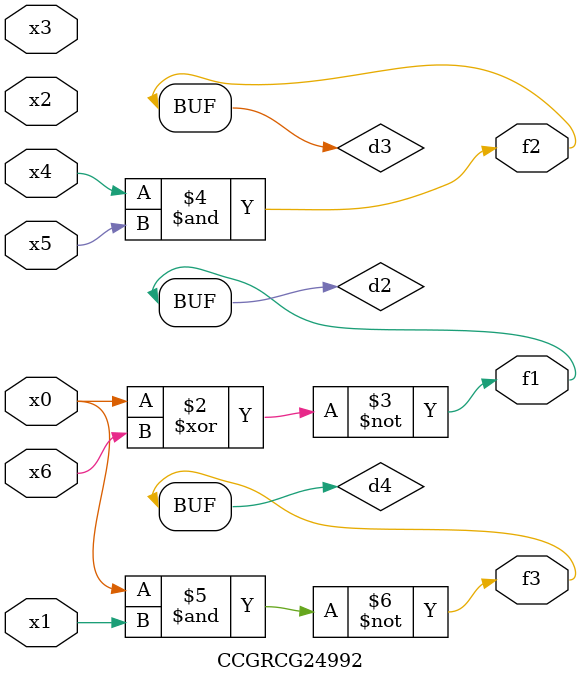
<source format=v>
module CCGRCG24992(
	input x0, x1, x2, x3, x4, x5, x6,
	output f1, f2, f3
);

	wire d1, d2, d3, d4;

	nor (d1, x0);
	xnor (d2, x0, x6);
	and (d3, x4, x5);
	nand (d4, x0, x1);
	assign f1 = d2;
	assign f2 = d3;
	assign f3 = d4;
endmodule

</source>
